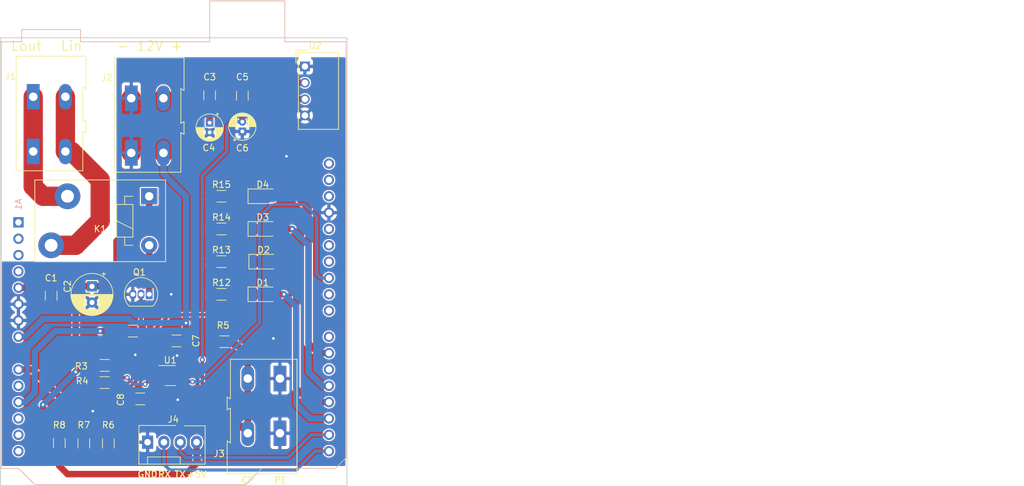
<source format=kicad_pcb>
(kicad_pcb (version 20240108) (generator "pcbnew") (generator_version "8.0")
  (title_block (comment 4 "AISLER Project ID: QYXNUJZK"))
  (layers (0 "F.Cu" signal) (31 "B.Cu" signal) (34 "B.Paste" user) (35 "F.Paste" user) (36 "B.SilkS" user "B.Silkscreen") (37 "F.SilkS" user "F.Silkscreen") (38 "B.Mask" user) (39 "F.Mask" user) (44 "Edge.Cuts" user))
  (net 0 "")
  (net 5 "+5V")
  (net 6 "GND")
  (net 7 "+12V")
  (net 8 "A0")
  (net 9 "D16")
  (net 13 "D2")
  (net 14 "D3")
  (net 15 "D4")
  (net 17 "D6")
  (net 21 "D10")
  (net 28 "-12V")
  (net 29 "Net-(D1-K)")
  (net 30 "Net-(D2-K)")
  (net 31 "Net-(D3-K)")
  (net 32 "Net-(D4-K)")
  (net 33 "Net-(Q1-C)")
  (net 34 "Net-(Q1-B)")
  (net 36 "Net-(J1-Pin_1)")
  (net 37 "Net-(J1-Pin_2)")
  (net 38 "Net-(J3-Pin_2)")
  (net 39 "Net-(U1--In)")
  (net 40 "Net-(U1-Out)")
  (net 41 "RXD")
  (net 42 "TXD")
  (footprint "Resistor_SMD:R_1206_3216Metric" (layer "F.Cu") (at 136.9675 66.04)
    (property "Reference" "R13" (at 0 -1.82 0) (layer "F.SilkS"))
    (property "Value" "1k")
    (pad "1" smd roundrect (at -1.4625 0) (size 1.125 1.75) (layers "F.Cu" "F.Paste" "F.Mask") (roundrect_rratio 0.2222222222) (net 6 "GND"))
    (pad "2" smd roundrect (at 1.4625 0) (size 1.125 1.75) (layers "F.Cu" "F.Paste" "F.Mask") (roundrect_rratio 0.2222222222) (net 30 "Net-(D2-K)"))
  )
  (footprint "Capacitor_THT:CP_Radial_D4.0mm_P1.50mm" (layer "F.Cu") (at 140.208 45.8076 90)
    (property "Reference" "C6" (at -2.5794 0 0) (layer "F.SilkS"))
    (property "Value" "10 uF")
    (pad "1" thru_hole rect (at 0 0 90) (size 1.2 1.2) (drill 0.6) (layers "*.Cu" "*.Mask") (net 6 "GND"))
    (pad "2" thru_hole circle (at 1.5 0 90) (size 1.2 1.2) (drill 0.6) (layers "*.Cu" "*.Mask") (net 28 "-12V"))
  )
  (footprint "Capacitor_SMD:C_1206_3216Metric" (layer "F.Cu") (at 140.208 40.259 90)
    (property "Reference" "C5" (at 2.921 0 180) (layer "F.SilkS"))
    (property "Value" "0.1 uF")
    (pad "1" smd roundrect (at -1.475 0 90) (size 1.15 1.8) (layers "F.Cu" "F.Paste" "F.Mask") (roundrect_rratio 0.2173913043) (net 28 "-12V"))
    (pad "2" smd roundrect (at 1.475 0 90) (size 1.15 1.8) (layers "F.Cu" "F.Paste" "F.Mask") (roundrect_rratio 0.2173913043) (net 6 "GND"))
  )
  (footprint "Resistor_SMD:R_1206_3216Metric" (layer "F.Cu") (at 111.76 94.234 -90)
    (property "Reference" "R8" (at -2.794 0 180) (layer "F.SilkS"))
    (property "Value" "100k")
    (pad "1" smd roundrect (at -1.4625 0 270) (size 1.125 1.75) (layers "F.Cu" "F.Paste" "F.Mask") (roundrect_rratio 0.2222222222) (net 8 "A0"))
    (pad "2" smd roundrect (at 1.4625 0 270) (size 1.125 1.75) (layers "F.Cu" "F.Paste" "F.Mask") (roundrect_rratio 0.2222222222) (net 5 "+5V"))
  )
  (footprint "My_Custom_Footprint_Library:SOT-23-6" (layer "F.Cu") (at 129.0155 83.754)
    (property "Reference" "U1" (at 0 -2.4 0) (layer "F.SilkS"))
    (property "Value" "~")
    (pad "1" smd roundrect (at -1.2535 -0.95) (size 1.557 0.6) (layers "F.Cu" "F.Paste" "F.Mask") (net 40 "Net-(U1-Out)"))
    (pad "2" smd roundrect (at -1.2535 0) (size 1.557 0.6) (layers "F.Cu" "F.Paste" "F.Mask") (net 28 "-12V"))
    (pad "3" smd roundrect (at -1.2535 0.95) (size 1.557 0.6) (layers "F.Cu" "F.Paste" "F.Mask") (net 39 "Net-(U1--In)"))
    (pad "4" smd roundrect (at 1.2535 0.95) (size 1.557 0.6) (layers "F.Cu" "F.Paste" "F.Mask") (net 21 "D10"))
    (pad "5" smd roundrect (at 1.2535 0) (size 1.557 0.6) (layers "F.Cu" "F.Paste" "F.Mask") (net 28 "-12V"))
    (pad "6" smd roundrect (at 1.2535 -0.95) (size 1.557 0.6) (layers "F.Cu" "F.Paste" "F.Mask") (net 7 "+12V"))
  )
  (footprint "Resistor_SMD:R_1206_3216Metric" (layer "F.Cu") (at 115.57 94.2955 90)
    (property "Reference" "R7" (at 2.8555 0 180) (layer "F.SilkS"))
    (property "Value" "220k")
    (pad "1" smd roundrect (at -1.4625 0 90) (size 1.125 1.75) (layers "F.Cu" "F.Paste" "F.Mask") (roundrect_rratio 0.2222222222) (net 6 "GND"))
    (pad "2" smd roundrect (at 1.4625 0 90) (size 1.125 1.75) (layers "F.Cu" "F.Paste" "F.Mask") (roundrect_rratio 0.2222222222) (net 8 "A0"))
  )
  (footprint "LED_SMD:LED_1206_3216Metric" (layer "F.Cu") (at 143.51 66.04)
    (property "Reference" "D2" (at 0 -1.82 0) (layer "F.SilkS"))
    (property "Value" "LED")
    (pad "1" smd roundrect (at -1.4 0) (size 1.25 1.75) (layers "F.Cu" "F.Paste" "F.Mask") (roundrect_rratio 0.2) (net 30 "Net-(D2-K)"))
    (pad "2" smd roundrect (at 1.4 0) (size 1.25 1.75) (layers "F.Cu" "F.Paste" "F.Mask") (roundrect_rratio 0.2) (net 14 "D3"))
  )
  (footprint "Capacitor_SMD:C_1206_3216Metric" (layer "F.Cu") (at 124.333 87.376)
    (property "Reference" "C8" (at -3.048 0.127 90) (layer "F.SilkS"))
    (property "Value" "0.1 uF")
    (pad "1" smd roundrect (at -1.475 0) (size 1.15 1.8) (layers "F.Cu" "F.Paste" "F.Mask") (roundrect_rratio 0.2173913043) (net 28 "-12V"))
    (pad "2" smd roundrect (at 1.475 0) (size 1.15 1.8) (layers "F.Cu" "F.Paste" "F.Mask") (roundrect_rratio 0.2173913043) (net 6 "GND"))
  )
  (footprint "Capacitor_SMD:C_1206_3216Metric" (layer "F.Cu") (at 110.49 71.325 -90)
    (property "Reference" "C1" (at -2.745 0 180) (layer "F.SilkS"))
    (property "Value" "0.1 uF")
    (pad "1" smd roundrect (at -1.475 0 270) (size 1.15 1.8) (layers "F.Cu" "F.Paste" "F.Mask") (roundrect_rratio 0.2173913043) (net 5 "+5V"))
    (pad "2" smd roundrect (at 1.475 0 270) (size 1.15 1.8) (layers "F.Cu" "F.Paste" "F.Mask") (roundrect_rratio 0.2173913043) (net 6 "GND"))
  )
  (footprint "My_Custom_Footprint_Library:NKE1212SC" (layer "F.Cu") (at 149.9345 35.7025)
    (property "Reference" "U2" (at 1.6 -3.23 0) (layer "F.SilkS"))
    (property "Value" "NKE1212SC")
    (pad "1" thru_hole rect (at 0 0) (size 1.5 1.5) (drill 1) (layers "*.Cu" "*.Mask") (net 6 "GND"))
    (pad "2" thru_hole circle (at 0 2.54) (size 1.5 1.5) (drill 1) (layers "*.Cu" "*.Mask") (net 7 "+12V"))
    (pad "3" thru_hole circle (at 0 5.08) (size 1.5 1.5) (drill 1) (layers "*.Cu" "*.Mask") (net 28 "-12V"))
    (pad "4" thru_hole circle (at 0 7.62) (size 1.5 1.5) (drill 1) (layers "*.Cu" "*.Mask") (net 6 "GND"))
  )
  (footprint "Resistor_SMD:R_1206_3216Metric" (layer "F.Cu") (at 119.38 94.2995 -90)
    (property "Reference" "R6" (at -2.8595 0 0) (layer "F.SilkS"))
    (property "Value" "300k")
    (pad "1" smd roundrect (at -1.4625 0 270) (size 1.125 1.75) (layers "F.Cu" "F.Paste" "F.Mask") (roundrect_rratio 0.2222222222) (net 8 "A0"))
    (pad "2" smd roundrect (at 1.4625 0 270) (size 1.125 1.75) (layers "F.Cu" "F.Paste" "F.Mask") (roundrect_rratio 0.2222222222) (net 38 "Net-(J3-Pin_2)"))
  )
  (footprint "Resistor_SMD:R_1206_3216Metric" (layer "F.Cu") (at 136.9675 71.12)
    (property "Reference" "R12" (at 0 -1.82 0) (layer "F.SilkS"))
    (property "Value" "1k")
    (pad "1" smd roundrect (at -1.4625 0) (size 1.125 1.75) (layers "F.Cu" "F.Paste" "F.Mask") (roundrect_rratio 0.2222222222) (net 6 "GND"))
    (pad "2" smd roundrect (at 1.4625 0) (size 1.125 1.75) (layers "F.Cu" "F.Paste" "F.Mask") (roundrect_rratio 0.2222222222) (net 29 "Net-(D1-K)"))
  )
  (footprint "My_Custom_Footprint_Library:Relay_TE_SPST_16A" (layer "F.Cu") (at 125.73 55.88 180)
    (property "Reference" "K1" (at 7.62 -5.08 0) (layer "F.SilkS"))
    (property "Value" "Relay_SPST-NO" (hide yes))
    (pad "13" thru_hole circle (at 15.24 -7.62 180) (size 4 4) (drill 2) (layers "*.Cu" "*.Mask") (net 37 "Net-(J1-Pin_2)"))
    (pad "14" thru_hole circle (at 12.7 0 180) (size 4 4) (drill 2) (layers "*.Cu" "*.Mask") (net 36 "Net-(J1-Pin_1)"))
    (pad "A1" thru_hole rect (at 0 0 180) (size 2.54 2.54) (drill 1.3) (layers "*.Cu" "*.Mask") (net 5 "+5V"))
    (pad "A2" thru_hole circle (at 0 -7.62 180) (size 2.54 2.54) (drill 1.3) (layers "*.Cu" "*.Mask") (net 33 "Net-(Q1-C)"))
  )
  (footprint "LED_SMD:LED_1206_3216Metric" (layer "F.Cu") (at 143.38 71.12)
    (property "Reference" "D1" (at 0 -1.82 0) (layer "F.SilkS"))
    (property "Value" "LED")
    (pad "1" smd roundrect (at -1.4 0) (size 1.25 1.75) (layers "F.Cu" "F.Paste" "F.Mask") (roundrect_rratio 0.2) (net 29 "Net-(D1-K)"))
    (pad "2" smd roundrect (at 1.4 0) (size 1.25 1.75) (layers "F.Cu" "F.Paste" "F.Mask") (roundrect_rratio 0.2) (net 13 "D2"))
  )
  (footprint "Resistor_SMD:R_1206_3216Metric" (layer "F.Cu") (at 118.8065 84.836)
    (property "Reference" "R4" (at -3.4905 -0.254 0) (layer "F.SilkS"))
    (property "Value" "100k")
    (pad "1" smd roundrect (at -1.4625 0) (size 1.125 1.75) (layers "F.Cu" "F.Paste" "F.Mask") (roundrect_rratio 0.2222222222) (net 6 "GND"))
    (pad "2" smd roundrect (at 1.4625 0) (size 1.125 1.75) (layers "F.Cu" "F.Paste" "F.Mask") (roundrect_rratio 0.2222222222) (net 39 "Net-(U1--In)"))
  )
  (footprint "LED_SMD:LED_1206_3216Metric" (layer "F.Cu") (at 143.38 60.96)
    (property "Reference" "D3" (at 0 -1.82 0) (layer "F.SilkS"))
    (property "Value" "LED")
    (pad "1" smd roundrect (at -1.4 0) (size 1.25 1.75) (layers "F.Cu" "F.Paste" "F.Mask") (roundrect_rratio 0.2) (net 31 "Net-(D3-K)"))
    (pad "2" smd roundrect (at 1.4 0) (size 1.25 1.75) (layers "F.Cu" "F.Paste" "F.Mask") (roundrect_rratio 0.2) (net 15 "D4"))
  )
  (footprint "Resistor_SMD:R_1206_3216Metric" (layer "F.Cu") (at 136.9675 55.88)
    (property "Reference" "R15" (at 0 -1.82 0) (layer "F.SilkS"))
    (property "Value" "1k")
    (pad "1" smd roundrect (at -1.4625 0) (size 1.125 1.75) (layers "F.Cu" "F.Paste" "F.Mask") (roundrect_rratio 0.2222222222) (net 6 "GND"))
    (pad "2" smd roundrect (at 1.4625 0) (size 1.125 1.75) (layers "F.Cu" "F.Paste" "F.Mask") (roundrect_rratio 0.2222222222) (net 32 "Net-(D4-K)"))
  )
  (footprint "My_Custom_Footprint_Library:Lever 2 - 2,5 2-5,0" (layer "F.Cu") (at 122.945 40.64)
    (property "Reference" "J2" (at -3.81 -3.175 0) (layer "F.SilkS"))
    (property "Value" "Screw_Terminal_01x02" (hide yes))
    (pad "1" thru_hole rect (at 0 0) (size 1.98 3.96) (drill 1.32) (layers "*.Cu" "*.Mask") (net 6 "GND"))
    (pad "1" thru_hole rect (at 0 8.5) (size 1.98 3.96) (drill 1.32) (layers "*.Cu" "*.Mask") (net 6 "GND"))
    (pad "2" thru_hole oval (at 5 0) (size 1.98 3.96) (drill 1.32) (layers "*.Cu" "*.Mask") (net 7 "+12V"))
    (pad "2" thru_hole oval (at 5 8.5) (size 1.98 3.96) (drill 1.32) (layers "*.Cu" "*.Mask") (net 7 "+12V"))
  )
  (footprint "My_Custom_Footprint_Library:Lever 2 - 2,5 2-5,0" (layer "F.Cu") (at 107.705 40.415)
    (property "Reference" "J1" (at -3.565 -3.175 0) (layer "F.SilkS"))
    (property "Value" "Screw_Terminal_01x02" (hide yes))
    (pad "1" thru_hole rect (at 0 0) (size 1.98 3.96) (drill 1.32) (layers "*.Cu" "*.Mask") (net 36 "Net-(J1-Pin_1)"))
    (pad "1" thru_hole rect (at 0 8.5) (size 1.98 3.96) (drill 1.32) (layers "*.Cu" "*.Mask") (net 36 "Net-(J1-Pin_1)"))
    (pad "2" thru_hole oval (at 5 0) (size 1.98 3.96) (drill 1.32) (layers "*.Cu" "*.Mask") (net 37 "Net-(J1-Pin_2)"))
    (pad "2" thru_hole oval (at 5 8.5) (size 1.98 3.96) (drill 1.32) (layers "*.Cu" "*.Mask") (net 37 "Net-(J1-Pin_2)"))
  )
  (footprint "Resistor_SMD:R_1206_3216Metric" (layer "F.Cu") (at 123.19 76.835)
    (property "Reference" "R2" (hide yes))
    (property "Value" "1k")
    (pad "1" smd roundrect (at -1.4625 0) (size 1.125 1.75) (layers "F.Cu" "F.Paste" "F.Mask") (roundrect_rratio 0.2222222222) (net 9 "D16"))
    (pad "2" smd roundrect (at 1.4625 0) (size 1.125 1.75) (layers "F.Cu" "F.Paste" "F.Mask") (roundrect_rratio 0.2222222222) (net 34 "Net-(Q1-B)"))
  )
  (footprint "My_Custom_Footprint_Library:TO-92_3" (layer "F.Cu") (at 123.19 71.12)
    (property "Reference" "Q1" (at 1.016 -3.429 180) (layer "F.SilkS"))
    (property "Value" "NPN" (hide yes))
    (pad "1" thru_hole rect (at 2.54 0 180) (size 1.05 1.5) (drill 0.75) (layers "*.Cu" "*.Mask") (net 33 "Net-(Q1-C)"))
    (pad "2" thru_hole oval (at 1.27 0 180) (size 1.05 1.5) (drill 0.75) (layers "*.Cu" "*.Mask") (net 34 "Net-(Q1-B)"))
    (pad "3" thru_hole oval (at 0 0 180) (size 1.05 1.5) (drill 0.75) (layers "*.Cu" "*.Mask") (net 6 "GND"))
  )
  (footprint "Resistor_SMD:R_1206_3216Metric" (layer "F.Cu") (at 118.8065 82.169 180)
    (property "Reference" "R3" (at 3.6175 -0.127 0) (layer "F.SilkS"))
    (property "Value" "100k")
    (pad "1" smd roundrect (at -1.4625 0 180) (size 1.125 1.75) (layers "F.Cu" "F.Paste" "F.Mask") (roundrect_rratio 0.2222222222) (net 39 "Net-(U1--In)"))
    (pad "2" smd roundrect (at 1.4625 0 180) (size 1.125 1.75) (layers "F.Cu" "F.Paste" "F.Mask") (roundrect_rratio 0.2222222222) (net 5 "+5V"))
  )
  (footprint "My_Custom_Footprint_Library:Lever 2 - 2,5 2-5,0" (layer "F.Cu") (at 146.05 92.71 180)
    (property "Reference" "J3" (at 9.445 -3.175 0) (layer "F.SilkS"))
    (property "Value" "Screw_Terminal_01x02" (hide yes))
    (pad "1" thru_hole rect (at 0 0 180) (size 1.98 3.96) (drill 1.32) (layers "*.Cu" "*.Mask") (net 6 "GND"))
    (pad "1" thru_hole rect (at 0 8.5 180) (size 1.98 3.96) (drill 1.32) (layers "*.Cu" "*.Mask") (net 6 "GND"))
    (pad "2" thru_hole oval (at 5 0 180) (size 1.98 3.96) (drill 1.32) (layers "*.Cu" "*.Mask") (net 38 "Net-(J3-Pin_2)"))
    (pad "2" thru_hole oval (at 5 8.5 180) (size 1.98 3.96) (drill 1.32) (layers "*.Cu" "*.Mask") (net 38 "Net-(J3-Pin_2)"))
  )
  (footprint "Capacitor_THT:CP_Radial_D4.0mm_P1.50mm" (layer "F.Cu") (at 135.128 44.45 -90)
    (property "Reference" "C4" (at 3.897599 0.127 180) (layer "F.SilkS"))
    (property "Value" "10 uF")
    (pad "1" thru_hole rect (at 0 0 270) (size 1.2 1.2) (drill 0.6) (layers "*.Cu" "*.Mask") (net 7 "+12V"))
    (pad "2" thru_hole circle (at 1.5 0 270) (size 1.2 1.2) (drill 0.6) (layers "*.Cu" "*.Mask") (net 6 "GND"))
  )
  (footprint "Resistor_SMD:R_1206_3216Metric" (layer "F.Cu") (at 136.9675 60.96)
    (property "Reference" "R14" (at 0 -1.82 0) (layer "F.SilkS"))
    (property "Value" "1k")
    (pad "1" smd roundrect (at -1.4625 0) (size 1.125 1.75) (layers "F.Cu" "F.Paste" "F.Mask") (roundrect_rratio 0.2222222222) (net 6 "GND"))
    (pad "2" smd roundrect (at 1.4625 0) (size 1.125 1.75) (layers "F.Cu" "F.Paste" "F.Mask") (roundrect_rratio 0.2222222222) (net 31 "Net-(D3-K)"))
  )
  (footprint "Capacitor_THT:CP_Radial_D6.3mm_P2.50mm" (layer "F.Cu") (at 116.84 69.89 -90)
    (property "Reference" "C2" (at 0 3.81 90) (layer "F.SilkS"))
    (property "Value" "100 uF")
    (pad "1" thru_hole rect (at 0 0 270) (size 1.6 1.6) (drill 0.8) (layers "*.Cu" "*.Mask") (net 5 "+5V"))
    (pad "2" thru_hole circle (at 2.5 0 270) (size 1.6 1.6) (drill 0.8) (layers "*.Cu" "*.Mask") (net 6 "GND"))
  )
  (footprint "Capacitor_SMD:C_1206_3216Metric" (layer "F.Cu") (at 135.128 40.181 90)
    (property "Reference" "C3" (at 2.843 0 180) (layer "F.SilkS"))
    (property "Value" "0.1 uF")
    (pad "1" smd roundrect (at -1.475 0 90) (size 1.15 1.8) (layers "F.Cu" "F.Paste" "F.Mask") (roundrect_rratio 0.2173913043) (net 7 "+12V"))
    (pad "2" smd roundrect (at 1.475 0 90) (size 1.15 1.8) (layers "F.Cu" "F.Paste" "F.Mask") (roundrect_rratio 0.2173913043) (net 6 "GND"))
  )
  (footprint "LED_SMD:LED_1206_3216Metric" (layer "F.Cu") (at 143.38 55.88)
    (property "Reference" "D4" (at 0 -1.82 0) (layer "F.SilkS"))
    (property "Value" "LED")
    (pad "1" smd roundrect (at -1.4 0) (size 1.25 1.75) (layers "F.Cu" "F.Paste" "F.Mask") (roundrect_rratio 0.2) (net 32 "Net-(D4-K)"))
    (pad "2" smd roundrect (at 1.4 0) (size 1.25 1.75) (layers "F.Cu" "F.Paste" "F.Mask") (roundrect_rratio 0.2) (net 17 "D6"))
  )
  (footprint "Resistor_SMD:R_1206_3216Metric" (layer "F.Cu") (at 137.414 78.486)
    (property "Reference" "R5" (at -0.1925 -2.54 0) (layer "F.SilkS"))
    (property "Value" "1k")
    (pad "1" smd roundrect (at -1.4625 0) (size 1.125 1.75) (layers "F.Cu" "F.Paste" "F.Mask") (roundrect_rratio 0.2222222222) (net 40 "Net-(U1-Out)"))
    (pad "2" smd roundrect (at 1.4625 0) (size 1.125 1.75) (layers "F.Cu" "F.Paste" "F.Mask") (roundrect_rratio 0.2222222222) (net 38 "Net-(J3-Pin_2)"))
  )
  (footprint "Connector:FanPinHeader_1x04_P2.54mm_Vertical" (layer "F.Cu") (at 125.476 94.107)
    (property "Reference" "J4" (at 4 -3.55 0) (layer "F.SilkS"))
    (property "Value" "Conn_01x04_Socket")
    (pad "1" thru_hole rect (at 0 0 90) (size 2.03 1.73) (drill 1.02) (layers "*.Cu" "*.Mask") (net 6 "GND"))
    (pad "2" thru_hole oval (at 2.54 0 90) (size 2.03 1.73) (drill 1.02) (layers "*.Cu" "*.Mask") (net 41 "RXD"))
    (pad "3" thru_hole oval (at 5.08 0 90) (size 2.03 1.73) (drill 1.02) (layers "*.Cu" "*.Mask") (net 42 "TXD"))
    (pad "4" thru_hole oval (at 7.62 0 90) (size 2.03 1.73) (drill 1.02) (layers "*.Cu" "*.Mask") (net 5 "+5V"))
  )
  (footprint "Capacitor_SMD:C_1206_3216Metric" (layer "F.Cu") (at 129.97 78.359 180)
    (property "Reference" "C7" (at -3.048 0 90) (layer "F.SilkS"))
    (property "Value" "0.1 uF")
    (pad "1" smd roundrect (at -1.475 0 180) (size 1.15 1.8) (layers "F.Cu" "F.Paste" "F.Mask") (roundrect_rratio 0.2173913043) (net 7 "+12V"))
    (pad "2" smd roundrect (at 1.475 0 180) (size 1.15 1.8) (layers "F.Cu" "F.Paste" "F.Mask") (roundrect_rratio 0.2173913043) (net 6 "GND"))
  )
  (footprint "Module:Arduino_UNO_R3" (layer "B.Cu") (at 105.41 59.94 -90)
    (property "Reference" "A1" (at -2.79 0 90) (layer "B.SilkS") (effects (justify mirror)))
    (property "Value" "Arduino_UNO_R3")
    (pad "1" thru_hole rect (at 0 0 180) (size 1.6 1.6) (drill 1) (layers "*.Cu" "*.Mask"))
    (pad "2" thru_hole oval (at 2.54 0 180) (size 1.6 1.6) (drill 1) (layers "*.Cu" "*.Mask"))
    (pad "3" thru_hole oval (at 5.08 0 180) (size 1.6 1.6) (drill 1) (layers "*.Cu" "*.Mask"))
    (pad "4" thru_hole oval (at 7.62 0 180) (size 1.6 1.6) (drill 1) (layers "*.Cu" "*.Mask"))
    (pad "5" thru_hole oval (at 10.16 0 180) (size 1.6 1.6) (drill 1) (layers "*.Cu" "*.Mask") (net 5 "+5V"))
    (pad "6" thru_hole oval (at 12.7 0 180) (size 1.6 1.6) (drill 1) (layers "*.Cu" "*.Mask") (net 6 "GND"))
    (pad "7" thru_hole oval (at 15.24 0 180) (size 1.6 1.6) (drill 1) (layers "*.Cu" "*.Mask") (net 6 "GND"))
    (pad "8" thru_hole oval (at 17.78 0 180) (size 1.6 1.6) (drill 1) (layers "*.Cu" "*.Mask") (net 7 "+12V"))
    (pad "9" thru_hole oval (at 22.86 0 180) (size 1.6 1.6) (drill 1) (layers "*.Cu" "*.Mask") (net 8 "A0"))
    (pad "10" thru_hole oval (at 25.4 0 180) (size 1.6 1.6) (drill 1) (layers "*.Cu" "*.Mask"))
    (pad "11" thru_hole oval (at 27.94 0 180) (size 1.6 1.6) (drill 1) (layers "*.Cu" "*.Mask") (net 9 "D16"))
    (pad "12" thru_hole oval (at 30.48 0 180) (size 1.6 1.6) (drill 1) (layers "*.Cu" "*.Mask"))
    (pad "13" thru_hole oval (at 33.02 0 180) (size 1.6 1.6) (drill 1) (layers "*.Cu" "*.Mask"))
    (pad "14" thru_hole oval (at 35.56 0 180) (size 1.6 1.6) (drill 1) (layers "*.Cu" "*.Mask"))
    (pad "15" thru_hole oval (at 35.56 -48.26 180) (size 1.6 1.6) (drill 1) (layers "*.Cu" "*.Mask") (net 41 "RXD"))
    (pad "16" thru_hole oval (at 33.02 -48.26 180) (size 1.6 1.6) (drill 1) (layers "*.Cu" "*.Mask") (net 42 "TXD"))
    (pad "17" thru_hole oval (at 30.48 -48.26 180) (size 1.6 1.6) (drill 1) (layers "*.Cu" "*.Mask") (net 13 "D2"))
    (pad "18" thru_hole oval (at 27.94 -48.26 180) (size 1.6 1.6) (drill 1) (layers "*.Cu" "*.Mask") (net 14 "D3"))
    (pad "19" thru_hole oval (at 25.4 -48.26 180) (size 1.6 1.6) (drill 1) (layers "*.Cu" "*.Mask") (net 15 "D4"))
    (pad "20" thru_hole oval (at 22.86 -48.26 180) (size 1.6 1.6) (drill 1) (layers "*.Cu" "*.Mask"))
    (pad "21" thru_hole oval (at 20.32 -48.26 180) (size 1.6 1.6) (drill 1) (layers "*.Cu" "*.Mask") (net 17 "D6"))
    (pad "22" thru_hole oval (at 17.78 -48.26 180) (size 1.6 1.6) (drill 1) (layers "*.Cu" "*.Mask"))
    (pad "23" thru_hole oval (at 13.72 -48.26 180) (size 1.6 1.6) (drill 1) (layers "*.Cu" "*.Mask"))
    (pad "24" thru_hole oval (at 11.18 -48.26 180) (size 1.6 1.6) (drill 1) (layers "*.Cu" "*.Mask"))
    (pad "25" thru_hole oval (at 8.64 -48.26 180) (size 1.6 1.6) (drill 1) (layers "*.Cu" "*.Mask") (net 21 "D10"))
    (pad "26" thru_hole oval (at 6.1 -48.26 180) (size 1.6 1.6) (drill 1) (layers "*.Cu" "*.Mask"))
    (pad "27" thru_hole oval (at 3.56 -48.26 180) (size 1.6 1.6) (drill 1) (layers "*.Cu" "*.Mask"))
    (pad "28" thru_hole oval (at 1.02 -48.26 180) (size 1.6 1.6) (drill 1) (layers "*.Cu" "*.Mask"))
    (pad "29" thru_hole oval (at -1.52 -48.26 180) (size 1.6 1.6) (drill 1) (layers "*.Cu" "*.Mask") (net 6 "GND"))
    (pad "30" thru_hole oval (at -4.06 -48.26 180) (size 1.6 1.6) (drill 1) (layers "*.Cu" "*.Mask"))
    (pad "31" thru_hole oval (at -6.6 -48.26 180) (size 1.6 1.6) (drill 1) (layers "*.Cu" "*.Mask"))
    (pad "32" thru_hole oval (at -9.14 -48.26 180) (size 1.6 1.6) (drill 1) (layers "*.Cu" "*.Mask"))
  )
  (gr_rect (start 102.616 31.242) (end 156.464 100.838) (stroke (width 0.15)) (fill none) (layer "Edge.Cuts"))
  (gr_text "- 12V +" (at 120.65 33.401 0) (layer "F.SilkS") (effects (font (size 1.5 1.5) (thickness 0.1875)) (justify left bottom)))
  (gr_text "+5V" (at 131.445 99.695 0) (layer "F.SilkS") (effects (font (size 1 1) (thickness 0.1875)) (justify left bottom)))
  (gr_text "TX" (at 129.54 99.695 0) (layer "F.SilkS") (effects (font (size 1 1) (thickness 0.1875)) (justify left bottom)))
  (gr_text "Lin" (at 111.887 33.401 0) (layer "F.SilkS") (effects (font (size 1.5 1.5) (thickness 0.1875)) (justify left bottom)))
  (gr_text "RX" (at 127 99.695 0) (layer "F.SilkS") (effects (font (size 1 1) (thickness 0.1875)) (justify left bottom)))
  (gr_text "Lout" (at 104.14 33.401 0) (layer "F.SilkS") (effects (font (size 1.5 1.5) (thickness 0.1875)) (justify left bottom)))
  (gr_text "PE" (at 145.034 100.584 0) (layer "F.SilkS") (effects (font (size 1 1) (thickness 0.1875)) (justify left bottom)))
  (gr_text "GND" (at 123.825 99.695 0) (layer "F.SilkS") (effects (font (size 1 1) (thickness 0.1875)) (justify left bottom)))
  (gr_text "CP" (at 139.954 100.584 0) (layer "F.SilkS") (effects (font (size 1 1) (thickness 0.1875)) (justify left bottom)))
  (segment (start 109.22 88.265) (end 109.22 94.615) (width 1) (layer "F.Cu") (net 5))
  (segment (start 120.65 67.31) (end 120.65 62.865) (width 1) (layer "F.Cu") (net 5))
  (segment (start 116.8 69.85) (end 116.84 69.89) (width 1) (layer "F.Cu") (net 5))
  (segment (start 133.096 96.901) (end 133.096 94.107) (width 1) (layer "F.Cu") (net 5))
  (segment (start 111.76 95.6965) (end 111.76 97.79) (width 1) (layer "F.Cu") (net 5))
  (segment (start 125.73 57.785) (end 125.73 55.88) (width 1) (layer "F.Cu") (net 5))
  (segment (start 131.445 99.06) (end 133.35 97.155) (width 1) (layer "F.Cu") (net 5))
  (segment (start 116.84 69.89) (end 114.895 69.89) (width 1) (layer "F.Cu") (net 5))
  (segment (start 114.895 69.89) (end 114.3 70.485) (width 1) (layer "F.Cu") (net 5))
  (segment (start 110.24 70.1) (end 110.49 69.85) (width 1) (layer "F.Cu") (net 5))
  (segment (start 114.3 70.485) (end 114.3 79.125) (width 1) (layer "F.Cu") (net 5))
  (segment (start 115.316 82.169) (end 114.3 83.185) (width 1) (layer "F.Cu") (net 5))
  (segment (start 111.76 97.79) (end 113.03 99.06) (width 1) (layer "F.Cu") (net 5))
  (segment (start 114.3 79.125) (end 117.344 82.169) (width 1) (layer "F.Cu") (net 5))
  (segment (start 109.22 94.615) (end 110.3015 95.6965) (width 1) (layer "F.Cu") (net 5))
  (segment (start 116.84 69.89) (end 116.88 69.85) (width 1) (layer "F.Cu") (net 5))
  (segment (start 110.49 69.85) (end 116.8 69.85) (width 1) (layer "F.Cu") (net 5))
  (segment (start 116.88 69.85) (end 118.11 69.85) (width 1) (layer "F.Cu") (net 5))
  (segment (start 105.41 70.1) (end 110.24 70.1) (width 1) (layer "F.Cu") (net 5))
  (segment (start 133.35 97.155) (end 133.096 96.901) (width 1) (layer "F.Cu") (net 5))
  (segment (start 117.344 82.169) (end 115.316 82.169) (width 1) (layer "F.Cu") (net 5))
  (segment (start 118.11 69.85) (end 120.65 67.31) (width 1) (layer "F.Cu") (net 5))
  (segment (start 110.3015 95.6965) (end 111.76 95.6965) (width 1) (layer "F.Cu") (net 5))
  (segment (start 120.65 62.865) (end 125.73 57.785) (width 1) (layer "F.Cu") (net 5))
  (segment (start 113.03 99.06) (end 131.445 99.06) (width 1) (layer "F.Cu") (net 5))
  (via (at 114.3 83.185) (size 0.8) (drill 0.4) (layers "F.Cu" "B.Cu") (net 5))
  (via (at 109.22 88.265) (size 0.8) (drill 0.4) (layers "F.Cu" "B.Cu") (net 5))
  (segment (start 114.3 83.185) (end 109.22 88.265) (width 1) (layer "B.Cu") (net 5))
  (segment (start 122.945 40.64) (end 122.945 49.14) (width 3) (layer "F.Cu") (net 6))
  (via (at 130.048 80.645) (size 0.8) (drill 0.4) (layers "F.Cu" "B.Cu") (net 6))
  (via (at 123.571 80.518) (size 0.8) (drill 0.4) (layers "F.Cu" "B.Cu") (net 6))
  (via (at 145.034 77.978) (size 0.8) (drill 0.4) (layers "F.Cu" "B.Cu") (net 6))
  (via (at 130.175 87.503) (size 0.8) (drill 0.4) (layers "F.Cu" "B.Cu") (net 6))
  (via (at 129.159 71.12) (size 0.8) (drill 0.4) (layers "F.Cu" "B.Cu") (net 6))
  (via (at 116.967 89.281) (size 0.8) (drill 0.4) (layers "F.Cu" "B.Cu") (net 6))
  (via (at 147.066 49.657) (size 0.8) (drill 0.4) (layers "F.Cu" "B.Cu") (net 6))
  (segment (start 131.445 40.64) (end 127.945 40.64) (width 1) (layer "F.Cu") (net 7))
  (segment (start 137.795 40.64) (end 137.795 37.465) (width 1) (layer "F.Cu") (net 7))
  (segment (start 131.445 82.423) (end 131.445 78.359) (width 0.5) (layer "F.Cu") (net 7))
  (segment (start 136.779 41.656) (end 137.795 40.64) (width 1) (layer "F.Cu") (net 7))
  (segment (start 145.415 36.83) (end 146.8275 38.2425) (width 1) (layer "F.Cu") (net 7))
  (segment (start 131.064 82.804) (end 131.445 82.423) (width 0.5) (layer "F.Cu") (net 7))
  (segment (start 138.43 36.83) (end 145.415 36.83) (width 1) (layer "F.Cu") (net 7))
  (segment (start 130.269 82.804) (end 131.064 82.804) (width 0.5) (layer "F.Cu") (net 7))
  (segment (start 135.128 41.656) (end 136.779 41.656) (width 1) (layer "F.Cu") (net 7))
  (segment (start 135.128 44.45) (end 135.128 41.656) (width 1) (layer "F.Cu") (net 7))
  (segment (start 132.461 41.656) (end 131.445 40.64) (width 1) (layer "F.Cu") (net 7))
  (segment (start 146.8275 38.2425) (end 149.9345 38.2425) (width 1) (layer "F.Cu") (net 7))
  (segment (start 137.795 37.465) (end 138.43 36.83) (width 1) (layer "F.Cu") (net 7))
  (segment (start 135.128 41.656) (end 132.461 41.656) (width 1) (layer "F.Cu") (net 7))
  (segment (start 127.945 40.64) (end 127.945 49.14) (width 3) (layer "F.Cu") (net 7))
  (segment (start 131.445 75.565) (end 131.445 78.359) (width 1) (layer "F.Cu") (net 7))
  (via (at 131.445 75.565) (size 0.8) (drill 0.4) (layers "F.Cu" "B.Cu") (net 7))
  (segment (start 122.555 74.93) (end 109.22 74.93) (width 1) (layer "B.Cu") (net 7))
  (segment (start 131.445 75.565) (end 123.19 75.565) (width 1) (layer "B.Cu") (net 7))
  (segment (start 127.945 52.38) (end 130.175 54.61) (width 1) (layer "B.Cu") (net 7))
  (segment (start 131.445 55.88) (end 131.445 75.565) (width 1) (layer "B.Cu") (net 7))
  (segment (start 130.175 54.61) (end 131.445 55.88) (width 1) (layer "B.Cu") (net 7))
  (segment (start 106.43 77.72) (end 105.41 77.72) (width 1) (layer "B.Cu") (net 7))
  (segment (start 109.22 74.93) (end 106.43 77.72) (width 1) (layer "B.Cu") (net 7))
  (segment (start 123.19 75.565) (end 122.555 74.93) (width 1) (layer "B.Cu") (net 7))
  (segment (start 127.945 49.14) (end 127.945 52.38) (width 1) (layer "B.Cu") (net 7))
  (segment (start 111.76 86.995) (end 107.565 82.8) (width 1) (layer "F.Cu") (net 8))
  (segment (start 119.38 92.837) (end 115.574 92.837) (width 1) (layer "F.Cu") (net 8))
  (segment (start 115.57 92.833) (end 111.8215 92.833) (width 1) (layer "F.Cu") (net 8))
  (segment (start 111.8215 92.833) (end 111.76 92.7715) (width 1) (layer "F.Cu") (net 8))
  (segment (start 115.574 92.837) (end 115.57 92.833) (width 1) (layer "F.Cu") (net 8))
  (segment (start 111.76 92.7715) (end 111.76 86.995) (width 1) (layer "F.Cu") (net 8))
  (segment (start 107.565 82.8) (end 105.41 82.8) (width 1) (layer "F.Cu") (net 8))
  (segment (start 121.7275 76.835) (end 118.11 76.835) (width 1) (layer "F.Cu") (net 9))
  (via (at 118.11 76.835) (size 0.8) (drill 0.4) (layers "F.Cu" "B.Cu") (net 9))
  (segment (start 106.43 87.88) (end 105.41 87.88) (width 1) (layer "B.Cu") (net 9))
  (segment (start 118.11 76.835) (end 111.125 76.835) (width 1) (layer "B.Cu") (net 9))
  (segment (start 107.95 80.01) (end 107.95 86.36) (width 1) (layer "B.Cu") (net 9))
  (segment (start 111.125 76.835) (end 107.95 80.01) (width 1) (layer "B.Cu") (net 9))
  (segment (start 107.95 86.36) (end 106.43 87.88) (width 1) (layer "B.Cu") (net 9))
  (segment (start 144.78 71.12) (end 146.685 71.12) (width 1) (layer "F.Cu") (net 13))
  (via (at 146.685 71.12) (size 0.8) (drill 0.4) (layers "F.Cu" "B.Cu") (net 13))
  (segment (start 148.59 88.265) (end 150.745 90.42) (width 1) (layer "B.Cu") (net 13))
  (segment (start 150.745 90.42) (end 153.67 90.42) (width 1) (layer "B.Cu") (net 13))
  (segment (start 146.685 71.12) (end 148.59 73.025) (width 1) (layer "B.Cu") (net 13))
  (segment (start 148.59 73.025) (end 148.59 88.265) (width 1) (layer "B.Cu") (net 13))
  (segment (start 148.59 85.725) (end 150.745 87.88) (width 1) (layer "F.Cu") (net 14))
  (segment (start 150.745 87.88) (end 153.67 87.88) (width 1) (layer "F.Cu") (net 14))
  (segment (start 146.685 66.04) (end 148.59 67.945) (width 1) (layer "F.Cu") (net 14))
  (segment (start 144.91 66.04) (end 146.685 66.04) (width 1) (layer "F.Cu") (net 14))
  (segment (start 148.59 67.945) (end 148.59 85.725) (width 1) (layer "F.Cu") (net 14))
  (segment (start 144.78 60.96) (end 147.955 60.96) (width 1) (layer "F.Cu") (net 15))
  (via (at 147.955 60.96) (size 0.8) (drill 0.4) (layers "F.Cu" "B.Cu") (net 15))
  (segment (start 150.495 63.5) (end 150.495 83.185) (width 1) (layer "B.Cu") (net 15))
  (segment (start 147.955 60.96) (end 150.495 63.5) (width 1) (layer "B.Cu") (net 15))
  (segment (start 152.65 85.34) (end 153.67 85.34) (width 1) (layer "B.Cu") (net 15))
  (segment (start 150.495 83.185) (end 152.65 85.34) (width 1) (layer "B.Cu") (net 15))
  (segment (start 144.78 55.88) (end 148.59 55.88) (width 1) (layer "F.Cu") (net 17))
  (segment (start 148.59 55.88) (end 150.495 57.785) (width 1) (layer "F.Cu") (net 17))
  (segment (start 150.495 57.785) (end 150.495 78.74) (width 1) (layer "F.Cu") (net 17))
  (segment (start 152.015 80.26) (end 153.67 80.26) (width 1) (layer "F.Cu") (net 17))
  (segment (start 150.495 78.74) (end 152.015 80.26) (width 1) (layer "F.Cu") (net 17))
  (segment (start 130.269 84.704) (end 132.456 84.704) (width 0.5) (layer "F.Cu") (net 21))
  (segment (start 132.456 84.704) (end 132.461 84.709) (width 0.5) (layer "F.Cu") (net 21))
  (via (at 132.461 84.709) (size 0.8) (drill 0.4) (layers "F.Cu" "B.Cu") (net 21))
  (segment (start 151.765 67.945) (end 152.4 68.58) (width 0.5) (layer "B.Cu") (net 21))
  (segment (start 142.875 75.565) (end 142.875 59.055) (width 0.5) (layer "B.Cu") (net 21))
  (segment (start 152.4 68.58) (end 153.67 68.58) (width 0.5) (layer "B.Cu") (net 21))
  (segment (start 142.875 59.055) (end 144.78 57.15) (width 0.5) (layer "B.Cu") (net 21))
  (segment (start 132.461 84.709) (end 133.731 84.709) (width 0.5) (layer "B.Cu") (net 21))
  (segment (start 144.78 57.15) (end 149.86 57.15) (width 0.5) (layer "B.Cu") (net 21))
  (segment (start 149.86 57.15) (end 151.765 59.055) (width 0.5) (layer "B.Cu") (net 21))
  (segment (start 133.731 84.709) (end 142.875 75.565) (width 0.5) (layer "B.Cu") (net 21))
  (segment (start 151.765 59.055) (end 151.765 67.945) (width 0.5) (layer "B.Cu") (net 21))
  (segment (start 146.861 41.734) (end 147.8125 40.7825) (width 1) (layer "F.Cu") (net 28))
  (segment (start 127.762 83.754) (end 124.526 83.754) (width 0.5) (layer "F.Cu") (net 28))
  (segment (start 122.858 88.568) (end 123.19 88.9) (width 0.5) (layer "F.Cu") (net 28))
  (segment (start 122.858 85.422) (end 122.858 87.376) (width 0.5) (layer "F.Cu") (net 28))
  (segment (start 133.985 88.265) (end 133.985 81.28) (width 0.5) (layer "F.Cu") (net 28))
  (segment (start 147.8125 40.7825) (end 149.9345 40.7825) (width 1) (layer "F.Cu") (net 28))
  (segment (start 127.762 83.754) (end 130.269 83.754) (width 0.5) (layer "F.Cu") (net 28))
  (segment (start 123.825 89.535) (end 132.715 89.535) (width 0.5) (layer "F.Cu") (net 28))
  (segment (start 124.526 83.754) (end 122.858 85.422) (width 0.5) (layer "F.Cu") (net 28))
  (segment (start 140.208 44.3076) (end 140.208 41.734) (width 1) (layer "F.Cu") (net 28))
  (segment (start 140.208 41.734) (end 146.861 41.734) (width 1) (layer "F.Cu") (net 28))
  (segment (start 132.715 89.535) (end 133.985 88.265) (width 0.5) (layer "F.Cu") (net 28))
  (segment (start 122.858 87.376) (end 122.858 88.568) (width 0.5) (layer "F.Cu") (net 28))
  (segment (start 123.19 88.9) (end 123.825 89.535) (width 0.5) (layer "F.Cu") (net 28))
  (via (at 133.985 81.28) (size 0.8) (drill 0.4) (layers "F.Cu" "B.Cu") (net 28))
  (segment (start 137.795 48.895) (end 137.795 45.085) (width 0.5) (layer "B.Cu") (net 28))
  (segment (start 137.795 45.085) (end 138.5724 44.3076) (width 0.5) (layer "B.Cu") (net 28))
  (segment (start 138.5724 44.3076) (end 140.208 44.3076) (width 0.5) (layer "B.Cu") (net 28))
  (segment (start 133.985 52.705) (end 137.795 48.895) (width 0.5) (layer "B.Cu") (net 28))
  (segment (start 133.985 81.28) (end 133.985 52.705) (width 0.5) (layer "B.Cu") (net 28))
  (segment (start 138.43 71.12) (end 141.98 71.12) (width 1) (layer "F.Cu") (net 29))
  (segment (start 138.43 66.04) (end 142.11 66.04) (width 1) (layer "F.Cu") (net 30))
  (segment (start 138.43 60.96) (end 141.98 60.96) (width 1) (layer "F.Cu") (net 31))
  (segment (start 138.43 55.88) (end 141.98 55.88) (width 1) (layer "F.Cu") (net 32))
  (segment (start 125.73 63.5) (end 125.73 71.12) (width 1) (layer "F.Cu") (net 33))
  (segment (start 124.46 71.12) (end 124.46 76.6425) (width 0.5) (layer "F.Cu") (net 34))
  (segment (start 124.46 76.6425) (end 124.6525 76.835) (width 0.5) (layer "F.Cu") (net 34))
  (segment (start 107.705 48.915) (end 107.705 54.365) (width 3) (layer "F.Cu") (net 36))
  (segment (start 107.705 54.365) (end 109.22 55.88) (width 3) (layer "F.Cu") (net 36))
  (segment (start 109.22 55.88) (end 113.03 55.88) (width 3) (layer "F.Cu") (net 36))
  (segment (start 107.705 40.415) (end 107.705 48.915) (width 3) (layer "F.Cu") (net 36))
  (segment (start 112.705 48.915) (end 113.685 48.915) (width 3) (layer "F.Cu") (net 37))
  (segment (start 118.11 59.69) (end 114.3 63.5) (width 3) (layer "F.Cu") (net 37))
  (segment (start 118.11 53.34) (end 118.11 59.69) (width 3) (layer "F.Cu") (net 37))
  (segment (start 114.3 63.5) (end 110.49 63.5) (width 3) (layer "F.Cu") (net 37))
  (segment (start 113.685 48.915) (end 118.11 53.34) (width 3) (layer "F.Cu") (net 37))
  (segment (start 112.705 40.415) (end 112.705 48.915) (width 3) (layer "F.Cu") (net 37))
  (segment (start 119.38 95.762) (end 121.408 95.762) (width 1) (layer "F.Cu") (net 38))
  (segment (start 141.05 84.21) (end 141.05 80.6595) (width 1) (layer "F.Cu") (net 38))
  (segment (start 121.408 95.762) (end 122.555 94.615) (width 1) (layer "F.Cu") (net 38))
  (segment (start 122.555 94.615) (end 122.555 92.075) (width 1) (layer "F.Cu") (net 38))
  (segment (start 123.983 90.647) (end 138.987 90.647) (width 1) (layer "F.Cu") (net 38))
  (segment (start 122.555 92.075) (end 123.983 90.647) (width 1) (layer "F.Cu") (net 38))
  (segment (start 141.05 92.71) (end 141.05 84.21) (width 1) (layer "F.Cu") (net 38))
  (segment (start 138.987 90.647) (end 141.05 92.71) (width 1) (layer "F.Cu") (net 38))
  (segment (start 141.05 80.6595) (end 138.8765 78.486) (width 1) (layer "F.Cu") (net 38))
  (segment (start 120.269 82.169) (end 120.269 84.836) (width 0.5) (layer "F.Cu") (net 39))
  (segment (start 122.301 84.074) (end 121.031 84.074) (width 0.5) (layer "F.Cu") (net 39))
  (segment (start 120.396 82.296) (end 120.269 82.169) (width 0.5) (layer "F.Cu") (net 39))
  (segment (start 125.481 84.704) (end 125.095 85.09) (width 0.5) (layer "F.Cu") (net 39))
  (segment (start 121.031 84.074) (end 120.269 84.836) (width 0.5) (layer "F.Cu") (net 39))
  (segment (start 127.762 84.704) (end 125.481 84.704) (width 0.5) (layer "F.Cu") (net 39))
  (via (at 125.095 85.09) (size 0.8) (drill 0.4) (layers "F.Cu" "B.Cu") (net 39))
  (via (at 122.301 84.074) (size 0.8) (drill 0.4) (layers "F.Cu" "B.Cu") (net 39))
  (segment (start 123.317 85.09) (end 122.301 84.074) (width 0.5) (layer "B.Cu") (net 39))
  (segment (start 125.095 85.09) (end 123.317 85.09) (width 0.5) (layer "B.Cu") (net 39))
  (segment (start 126.365 82.296) (end 126.365 76.835) (width 0.5) (layer "F.Cu") (net 40))
  (segment (start 128.905 74.295) (end 134.62 74.295) (width 0.5) (layer "F.Cu") (net 40))
  (segment (start 126.873 82.804) (end 126.365 82.296) (width 0.5) (layer "F.Cu") (net 40))
  (segment (start 127.762 82.804) (end 126.873 82.804) (width 0.5) (layer "F.Cu") (net 40))
  (segment (start 135.9515 75.6265) (end 135.9515 78.486) (width 0.5) (layer "F.Cu") (net 40))
  (segment (start 134.62 74.295) (end 135.9515 75.6265) (width 0.5) (layer "F.Cu") (net 40))
  (segment (start 126.365 76.835) (end 128.905 74.295) (width 0.5) (layer "F.Cu") (net 40))
  (segment (start 151.515 95.5) (end 148.59 98.425) (width 0.5) (layer "B.Cu") (net 41))
  (segment (start 153.67 95.5) (end 151.515 95.5) (width 0.5) (layer "B.Cu") (net 41))
  (segment (start 148.59 98.425) (end 128.905 98.425) (width 0.5) (layer "B.Cu") (net 41))
  (segment (start 128.905 98.425) (end 128.016 97.536) (width 0.5) (layer "B.Cu") (net 41))
  (segment (start 128.016 97.536) (end 128.016 94.107) (width 0.5) (layer "B.Cu") (net 41))
  (segment (start 130.556 95.631) (end 130.556 94.107) (width 0.5) (layer "B.Cu") (net 42))
  (segment (start 150.88 92.96) (end 147.32 96.52) (width 0.5) (layer "B.Cu") (net 42))
  (segment (start 131.445 96.52) (end 130.556 95.631) (width 0.5) (layer "B.Cu") (net 42))
  (segment (start 147.32 96.52) (end 131.445 96.52) (width 0.5) (layer "B.Cu") (net 42))
  (segment (start 153.67 92.96) (end 150.88 92.96) (width 0.5) (layer "B.Cu") (net 42))
  (zone (net 6) (net_name "GND") (layers "F&B.Cu") (connect_pads (clearance 0.2)) (min_thickness 0.25) (fill yes (thermal_gap 0.5) (thermal_bridge_width 0.5) (island_removal_mode 1) (island_area_min 10))
    (polygon (pts (xy 102.87 97.79) (xy 102.87 66.04) (xy 120.65 66.04) (xy 120.65 34.29) (xy 156.21 34.29) (xy 156.21 97.79)))
  )
)
</source>
